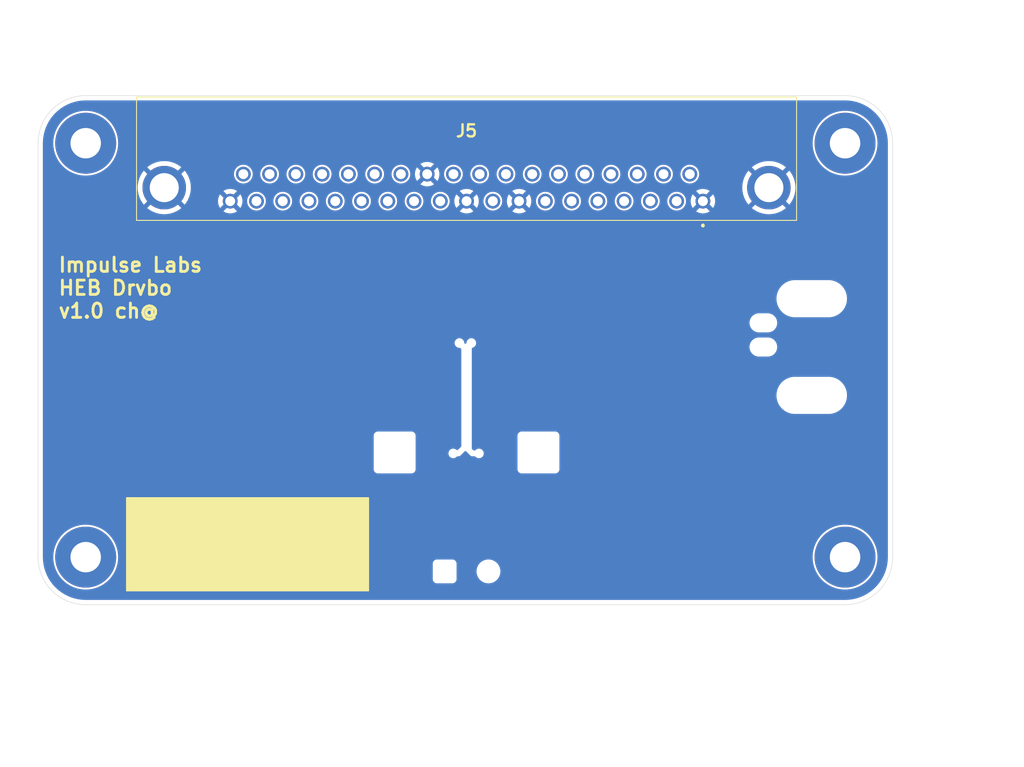
<source format=kicad_pcb>
(kicad_pcb (version 20240108) (generator "pcbnew") (generator_version "8.0")
  (layers (0 "F.Cu" signal) (31 "B.Cu" signal) (34 "B.Paste" user) (35 "F.Paste" user) (36 "B.SilkS" user "B.Silkscreen") (37 "F.SilkS" user "F.Silkscreen") (38 "B.Mask" user) (39 "F.Mask" user) (44 "Edge.Cuts" user))
  (net 0 "")
  (net 5 "/AIN0{slash}1_P")
  (net 6 "/AIN0{slash}1_N")
  (net 7 "GND")
  (net 8 "/MIO0")
  (net 9 "/AIN12{slash}13_N")
  (net 10 "/AIN10{slash}11_N")
  (net 11 "/FIO3")
  (net 12 "/VM-")
  (net 13 "/FIO5")
  (net 14 "/AIN12{slash}13_P")
  (net 15 "/FIO4")
  (net 16 "/AIN10{slash}11_P")
  (net 17 "/AIN6{slash}7_N")
  (net 18 "/AIN2{slash}3_N")
  (net 19 "/VS")
  (net 20 "/VM+")
  (net 21 "/FIO1")
  (net 22 "/AIN2{slash}3_P")
  (net 23 "/AN9{slash}10_N")
  (net 24 "/AIN4{slash}5_N")
  (net 25 "/AIN4{slash}5_P")
  (net 26 "/FIO2")
  (net 27 "/DAC0")
  (net 28 "/MIO1")
  (net 29 "/FIO7")
  (net 30 "/AIN6{slash}7_P")
  (net 31 "/FIO0")
  (net 32 "/DAC1")
  (net 33 "/MIO2")
  (net 34 "/AIN8{slash}9_P")
  (net 35 "/10uA")
  (net 36 "/200uA")
  (net 37 "/FIO6")
  (footprint "impulse_drvbo:7472524" (layer "F.Cu") (at 100 60.15 180)
    (property "Reference" "J5" (at 0 -3.56 180) (layer "F.SilkS") (effects (font (size 1.27 1.27) (thickness 0.254))))
    (property "Value" "7472524-SINGLE" (hide yes))
    (fp_line (start 34.66 0) (end 34.66 -12.96) (stroke (width 0.1)) (layer "F.SilkS"))
    (fp_line (start 34.66 -12.96) (end -34.66 -12.96) (stroke (width 0.1)) (layer "F.SilkS"))
    (fp_line (start -24.822 -13.4) (end -24.822 -13.4) (stroke (width 0.2)) (layer "F.SilkS"))
    (fp_line (start -24.822 -13.6) (end -24.822 -13.6) (stroke (width 0.2)) (layer "F.SilkS"))
    (fp_line (start -34.66 0) (end 34.66 0) (stroke (width 0.1)) (layer "F.SilkS"))
    (fp_line (start -34.66 -12.96) (end -34.66 0) (stroke (width 0.1)) (layer "F.SilkS"))
    (fp_arc (start -24.822 -13.4) (mid -24.922 -13.5) (end -24.822 -13.6) (stroke (width 0.2)) (layer "F.SilkS"))
    (fp_arc (start -24.822 -13.6) (mid -24.722 -13.5) (end -24.822 -13.4) (stroke (width 0.2)) (layer "F.SilkS"))
    (pad "1" thru_hole circle (at -24.822 -10.94 180) (size 1.56 1.56) (drill 1.04) (layers "*.Cu" "*.Mask") (net 7 "GND"))
    (pad "2" thru_hole circle (at -22.064 -10.94 180) (size 1.56 1.56) (drill 1.04) (layers "*.Cu" "*.Mask") (net 36 "/200uA"))
    (pad "3" thru_hole circle (at -19.306 -10.94 180) (size 1.56 1.56) (drill 1.04) (layers "*.Cu" "*.Mask") (net 37 "/FIO6"))
    (pad "4" thru_hole circle (at -16.548 -10.94 180) (size 1.56 1.56) (drill 1.04) (layers "*.Cu" "*.Mask") (net 15 "/FIO4"))
    (pad "5" thru_hole circle (at -13.79 -10.94 180) (size 1.56 1.56) (drill 1.04) (layers "*.Cu" "*.Mask") (net 26 "/FIO2"))
    (pad "6" thru_hole circle (at -11.032 -10.94 180) (size 1.56 1.56) (drill 1.04) (layers "*.Cu" "*.Mask") (net 31 "/FIO0"))
    (pad "7" thru_hole circle (at -8.274 -10.94 180) (size 1.56 1.56) (drill 1.04) (layers "*.Cu" "*.Mask") (net 28 "/MIO1"))
    (pad "8" thru_hole circle (at -5.516 -10.94 180) (size 1.56 1.56) (drill 1.04) (layers "*.Cu" "*.Mask") (net 7 "GND"))
    (pad "9" thru_hole circle (at -2.758 -10.94 180) (size 1.56 1.56) (drill 1.04) (layers "*.Cu" "*.Mask") (net 12 "/VM-"))
    (pad "10" thru_hole circle (at 0 -10.94 180) (size 1.56 1.56) (drill 1.04) (layers "*.Cu" "*.Mask") (net 7 "GND"))
    (pad "11" thru_hole circle (at 2.758 -10.94 180) (size 1.56 1.56) (drill 1.04) (layers "*.Cu" "*.Mask") (net 27 "/DAC0"))
    (pad "12" thru_hole circle (at 5.516 -10.94 180) (size 1.56 1.56) (drill 1.04) (layers "*.Cu" "*.Mask") (net 9 "/AIN12{slash}13_N"))
    (pad "13" thru_hole circle (at 8.274 -10.94 180) (size 1.56 1.56) (drill 1.04) (layers "*.Cu" "*.Mask") (net 10 "/AIN10{slash}11_N"))
    (pad "14" thru_hole circle (at 11.032 -10.94 180) (size 1.56 1.56) (drill 1.04) (layers "*.Cu" "*.Mask") (net 23 "/AN9{slash}10_N"))
    (pad "15" thru_hole circle (at 13.79 -10.94 180) (size 1.56 1.56) (drill 1.04) (layers "*.Cu" "*.Mask") (net 17 "/AIN6{slash}7_N"))
    (pad "16" thru_hole circle (at 16.548 -10.94 180) (size 1.56 1.56) (drill 1.04) (layers "*.Cu" "*.Mask") (net 24 "/AIN4{slash}5_N"))
    (pad "17" thru_hole circle (at 19.306 -10.94 180) (size 1.56 1.56) (drill 1.04) (layers "*.Cu" "*.Mask") (net 18 "/AIN2{slash}3_N"))
    (pad "18" thru_hole circle (at 22.064 -10.94 180) (size 1.56 1.56) (drill 1.04) (layers "*.Cu" "*.Mask") (net 6 "/AIN0{slash}1_N"))
    (pad "19" thru_hole circle (at 24.822 -10.94 180) (size 1.56 1.56) (drill 1.04) (layers "*.Cu" "*.Mask") (net 7 "GND"))
    (pad "20" thru_hole circle (at -23.443 -8.1 180) (size 1.56 1.56) (drill 1.04) (layers "*.Cu" "*.Mask") (net 35 "/10uA"))
    (pad "21" thru_hole circle (at -20.685 -8.1 180) (size 1.56 1.56) (drill 1.04) (layers "*.Cu" "*.Mask") (net 29 "/FIO7"))
    (pad "22" thru_hole circle (at -17.927 -8.1 180) (size 1.56 1.56) (drill 1.04) (layers "*.Cu" "*.Mask") (net 13 "/FIO5"))
    (pad "23" thru_hole circle (at -15.169 -8.1 180) (size 1.56 1.56) (drill 1.04) (layers "*.Cu" "*.Mask") (net 11 "/FIO3"))
    (pad "24" thru_hole circle (at -12.411 -8.1 180) (size 1.56 1.56) (drill 1.04) (layers "*.Cu" "*.Mask") (net 21 "/FIO1"))
    (pad "25" thru_hole circle (at -9.653 -8.1 180) (size 1.56 1.56) (drill 1.04) (layers "*.Cu" "*.Mask") (net 8 "/MIO0"))
    (pad "26" thru_hole circle (at -6.895 -8.1 180) (size 1.56 1.56) (drill 1.04) (layers "*.Cu" "*.Mask") (net 33 "/MIO2"))
    (pad "27" thru_hole circle (at -4.137 -8.1 180) (size 1.56 1.56) (drill 1.04) (layers "*.Cu" "*.Mask") (net 19 "/VS"))
    (pad "28" thru_hole circle (at -1.379 -8.1 180) (size 1.56 1.56) (drill 1.04) (layers "*.Cu" "*.Mask") (net 20 "/VM+"))
    (pad "29" thru_hole circle (at 1.379 -8.1 180) (size 1.56 1.56) (drill 1.04) (layers "*.Cu" "*.Mask") (net 32 "/DAC1"))
    (pad "30" thru_hole circle (at 4.137 -8.1 180) (size 1.56 1.56) (drill 1.04) (layers "*.Cu" "*.Mask") (net 7 "GND"))
    (pad "31" thru_hole circle (at 6.895 -8.1 180) (size 1.56 1.56) (drill 1.04) (layers "*.Cu" "*.Mask") (net 14 "/AIN12{slash}13_P"))
    (pad "32" thru_hole circle (at 9.653 -8.1 180) (size 1.56 1.56) (drill 1.04) (layers "*.Cu" "*.Mask") (net 16 "/AIN10{slash}11_P"))
    (pad "33" thru_hole circle (at 12.411 -8.1 180) (size 1.56 1.56) (drill 1.04) (layers "*.Cu" "*.Mask") (net 34 "/AIN8{slash}9_P"))
    (pad "34" thru_hole circle (at 15.169 -8.1 180) (size 1.56 1.56) (drill 1.04) (layers "*.Cu" "*.Mask") (net 30 "/AIN6{slash}7_P"))
    (pad "35" thru_hole circle (at 17.927 -8.1 180) (size 1.56 1.56) (drill 1.04) (layers "*.Cu" "*.Mask") (net 25 "/AIN4{slash}5_P"))
    (pad "36" thru_hole circle (at 20.685 -8.1 180) (size 1.56 1.56) (drill 1.04) (layers "*.Cu" "*.Mask") (net 22 "/AIN2{slash}3_P"))
    (pad "37" thru_hole circle (at 23.443 -8.1 180) (size 1.56 1.56) (drill 1.04) (layers "*.Cu" "*.Mask") (net 5 "/AIN0{slash}1_P"))
    (pad "MH1" thru_hole circle (at -31.75 -9.52 180) (size 4.575 4.575) (drill 3.05) (layers "*.Cu" "*.Mask") (net 7 "GND"))
    (pad "MH2" thru_hole circle (at 31.75 -9.52 180) (size 4.575 4.575) (drill 3.05) (layers "*.Cu" "*.Mask") (net 7 "GND"))
  )
  (footprint "MountingHole:MountingHole_3.2mm_M3_Pad" (layer "F.Cu") (at 60 108.5)
    (property "Reference" "H1" (hide yes))
    (property "Value" "MountingHole_Pad")
    (pad "1" thru_hole circle (at 0 0) (size 6.4 6.4) (drill 3.2) (layers "*.Cu" "*.Mask"))
  )
  (footprint "MountingHole:MountingHole_3.2mm_M3_Pad" (layer "F.Cu") (at 60 65)
    (property "Reference" "H2" (hide yes))
    (property "Value" "MountingHole_Pad")
    (pad "1" thru_hole circle (at 0 0) (size 6.4 6.4) (drill 3.2) (layers "*.Cu" "*.Mask"))
  )
  (footprint "MountingHole:MountingHole_3.2mm_M3_Pad" (layer "F.Cu") (at 139.75 108.5)
    (property "Reference" "H3" (hide yes))
    (property "Value" "MountingHole_Pad")
    (pad "1" thru_hole circle (at 0 0) (size 6.4 6.4) (drill 3.2) (layers "*.Cu" "*.Mask"))
  )
  (footprint "MountingHole:MountingHole_3.2mm_M3_Pad" (layer "F.Cu") (at 139.75 65)
    (property "Reference" "H4" (hide yes))
    (property "Value" "MountingHole_Pad")
    (pad "1" thru_hole circle (at 0 0) (size 6.4 6.4) (drill 3.2) (layers "*.Cu" "*.Mask"))
  )
  (gr_rect (start 64.2875 102.25) (end 89.7125 112.05) (stroke (width 0.1)) (fill solid) (layer "F.SilkS"))
  (gr_line (start 139.75 60) (end 60 60) (stroke (width 0.05)) (layer "Edge.Cuts"))
  (gr_line (start 144.75 65) (end 144.75 108.5) (stroke (width 0.05)) (layer "Edge.Cuts"))
  (gr_arc (start 139.75 60) (mid 143.285534 61.464466) (end 144.75 65) (stroke (width 0.05)) (layer "Edge.Cuts"))
  (gr_line (start 55 65) (end 55 108.5) (stroke (width 0.05)) (layer "Edge.Cuts"))
  (gr_arc (start 55 65) (mid 56.464466 61.464466) (end 60 60) (stroke (width 0.05)) (layer "Edge.Cuts"))
  (gr_arc (start 144.75 108.5) (mid 143.285534 112.035534) (end 139.75 113.5) (stroke (width 0.05)) (layer "Edge.Cuts"))
  (gr_arc (start 60 113.5) (mid 56.464466 112.035534) (end 55 108.5) (stroke (width 0.05)) (layer "Edge.Cuts"))
  (gr_line (start 60 113.5) (end 139.75 113.5) (stroke (width 0.05)) (layer "Edge.Cuts"))
  (gr_text "Impulse Labs\nHEB Drvbo\nv1.0 ch@" (at 57 83.5 0) (layer "F.SilkS") (effects (font (size 1.5 1.5) (thickness 0.3) (bold yes)) (justify left bottom)))
  (zone (net 7) (net_name "GND") (layer "B.Cu") (priority 2) (connect_pads (clearance 0.2)) (min_thickness 0.25) (fill yes (thermal_gap 0.5) (thermal_bridge_width 0.5) (smoothing fillet) (radius 0.5) (island_removal_mode 1) (island_area_min 10))
    (polygon (pts (xy 51 55) (xy 51 120) (xy 150.5 119.75) (xy 150.5 54.75)))
  )
)
</source>
